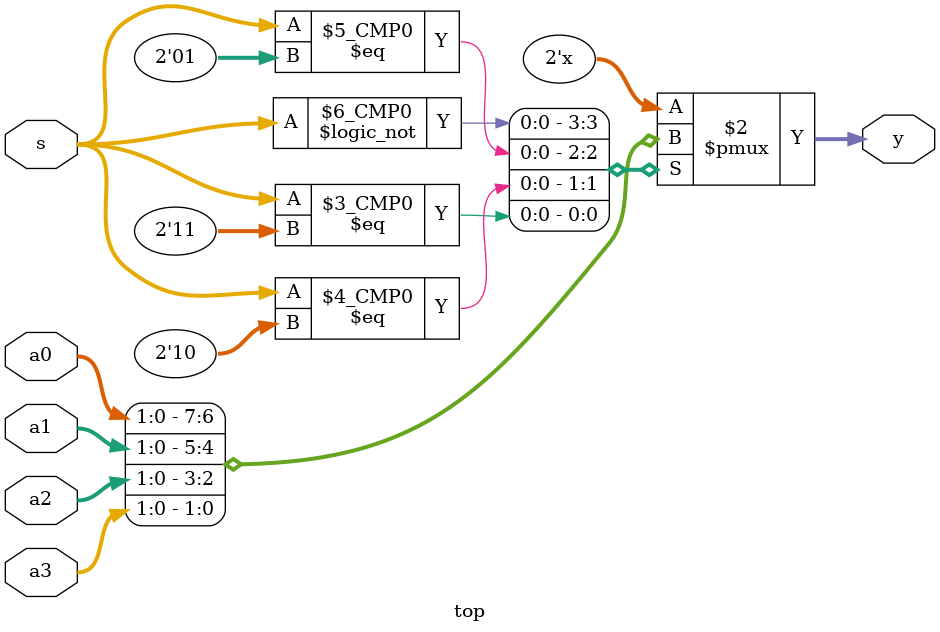
<source format=v>
module top(
    input  [1:0] a0,   // 第一组2位输入
    input  [1:0] a1,   // 第二组2位输入
    input  [1:0] a2,   // 第三组2位输入
    input  [1:0] a3,   // 第四组2位输入
    input  [1:0] s,    // 2位选择信号
    output reg [1:0] y // 2位输出
);

always @(*) begin
    case (s)
        2'b00: y = a0;
        2'b01: y = a1;
        2'b10: y = a2;
        2'b11: y = a3;
        default: y = 2'b00; // 安全兜底
    endcase
end

endmodule

</source>
